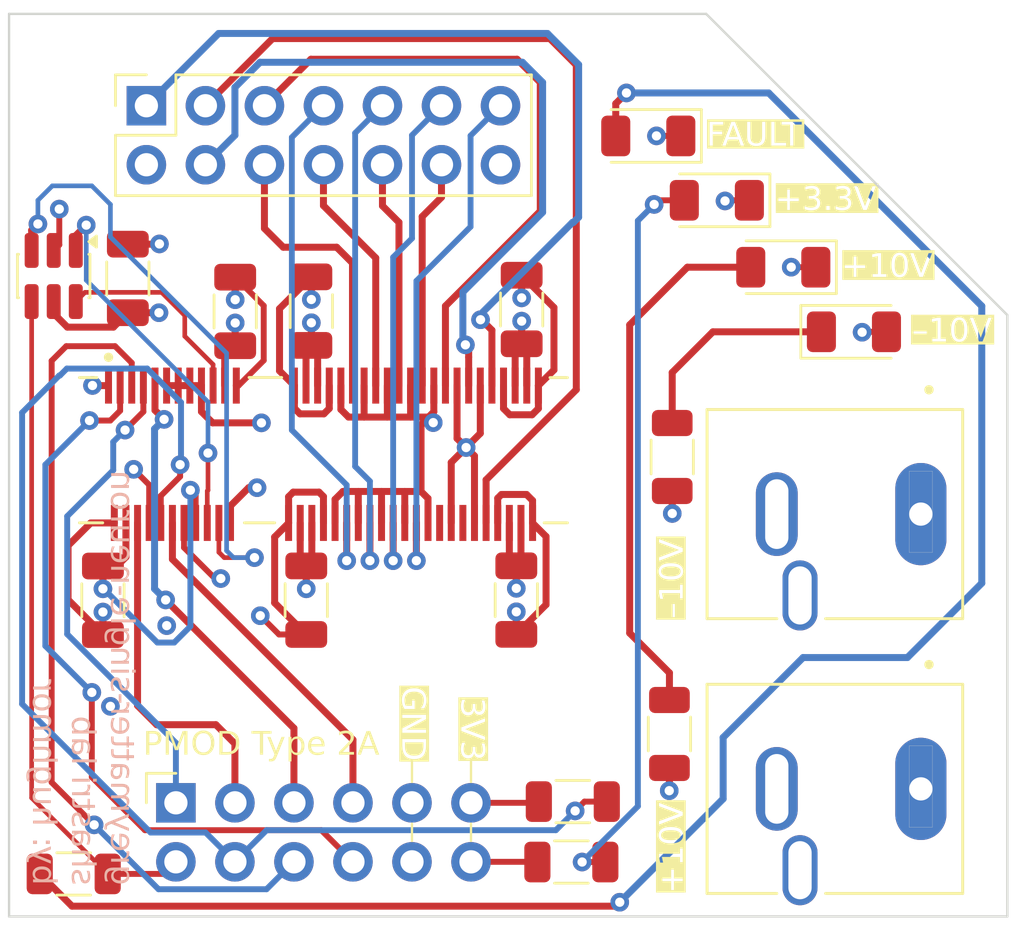
<source format=kicad_pcb>
(kicad_pcb (version 20241229) (generator "pcbnew") (generator_version "9.0")
  (title_block (title "greymatter-single-neuron") (date "2026-01-18") (rev "A") (company "Queen's University") (comment 1 "Shastri Lab") (comment 2 "hughmor"))
  (layers (0 "F.Cu" signal) (4 "In1.Cu" signal) (6 "In2.Cu" signal) (2 "B.Cu" signal) (13 "F.Paste" user) (15 "B.Paste" user) (5 "F.SilkS" user "F.Silkscreen") (7 "B.SilkS" user "B.Silkscreen") (1 "F.Mask" user) (3 "B.Mask" user) (25 "Edge.Cuts" user))
  (net 0 "")
  (net 1 "Net-(D1-K)")
  (net 2 "Net-(D2-A)")
  (net 3 "Net-(D3-A)")
  (net 4 "Net-(D4-A)")
  (net 5 "GND")
  (net 6 "MISO")
  (net 7 "MOSI")
  (net 8 "SCLK")
  (net 9 "CS_13")
  (net 10 "CS_12")
  (net 11 "CS_11")
  (net 12 "CLRDAC")
  (net 13 "I_11")
  (net 14 "+10V")
  (net 15 "Vb_1")
  (net 16 "I_18")
  (net 17 "I_17")
  (net 18 "Ih_1")
  (net 19 "I_16")
  (net 20 "VPDp_1")
  (net 21 "-10V")
  (net 22 "I_13")
  (net 23 "I_15")
  (net 24 "I_12")
  (net 25 "I_14")
  (net 26 "VPDn_1")
  (net 27 "FAULT_11")
  (net 28 "FAULT_12")
  (net 29 "TEMP1")
  (net 30 "FAULT")
  (net 33 "GNDA")
  (net 34 "GNDS")
  (net 35 "+3V3")
  (footprint "Capacitor_SMD:C_1206_3216Metric" (layer "F.Cu") (at -17.15 -0.015002 90)
    (property "Reference" "C7" (hide yes))
    (property "Value" "100n" (hide yes))
  )
  (footprint "Connector_PinHeader_2.54mm:PinHeader_2x06_PMOD_Peripheral_Vertical" (layer "F.Cu") (at -15.081715 22.551716 -90)
    (property "Reference" "J3" (hide yes))
    (property "Value" "Conn_01x12" (hide yes))
  )
  (footprint "Capacitor_SMD:C_1206_3216Metric" (layer "F.Cu") (at -9.251715 1.391716 90)
    (property "Reference" "C3" (hide yes))
    (property "Value" "100n" (hide yes))
  )
  (footprint "Resistor_SMD:R_1206_3216Metric" (layer "F.Cu") (at 6.278284 7.669216 90)
    (property "Reference" "R1" (hide yes))
    (property "Value" "1.6k" (hide yes))
  )
  (footprint "Capacitor_SMD:C_1206_3216Metric" (layer "F.Cu") (at -18.221716 13.836717 -90)
    (property "Reference" "C5" (hide yes))
    (property "Value" "100n" (hide yes))
  )
  (footprint "Resistor_SMD:R_1206_3216Metric" (layer "F.Cu") (at 6.158285 19.589216 90)
    (property "Reference" "R2" (hide yes))
    (property "Value" "1.6k" (hide yes))
  )
  (footprint "Resistor_SMD:R_1206_3216Metric" (layer "F.Cu") (at -19.479216 25.611716)
    (property "Reference" "R4" (hide yes))
    (property "Value" "300" (hide yes))
  )
  (footprint "Diode_SMD:D_1206_3216Metric" (layer "F.Cu") (at 14.098286 2.281716)
    (property "Reference" "D1" (hide yes))
    (property "Value" "LED" (hide yes))
  )
  (footprint "Capacitor_SMD:C_1206_3216Metric" (layer "F.Cu") (at -0.201716 1.321715 90)
    (property "Reference" "C1" (hide yes))
    (property "Value" "100n" (hide yes))
  )
  (footprint "Capacitor_SMD:C_1206_3216Metric" (layer "F.Cu") (at -9.471716 13.831715 -90)
    (property "Reference" "C4" (hide yes))
    (property "Value" "100n" (hide yes))
  )
  (footprint "Diode_SMD:D_1206_3216Metric" (layer "F.Cu") (at 11.058285 -0.498284 180)
    (property "Reference" "D2" (hide yes))
    (property "Value" "LED" (hide yes))
  )
  (footprint "PJ_044A:CUI_PJ-044A" (layer "F.Cu") (at 13.278284 21.951716 -90)
    (property "Reference" "J4" (hide yes))
    (property "Value" "Barrel_Jack_Switch" (hide yes))
    (fp_line (start -1.85 -3.2) (end -1.85 -4.2) (stroke (width 0.01)) (layer "Edge.Cuts"))
    (fp_line (start 1.65 -3.2) (end -1.85 -3.2) (stroke (width 0.01)) (layer "Edge.Cuts"))
    (fp_line (start -1.85 -4.2) (end 1.65 -4.2) (stroke (width 0.01)) (layer "Edge.Cuts"))
    (fp_line (start 1.65 -4.2) (end 1.65 -3.2) (stroke (width 0.01)) (layer "Edge.Cuts"))
  )
  (footprint "Diode_SMD:D_1206_3216Metric" (layer "F.Cu") (at 5.248285 -6.148285 180)
    (property "Reference" "D4" (hide yes))
    (property "Value" "LED" (hide yes))
  )
  (footprint "Capacitor_SMD:C_1206_3216Metric" (layer "F.Cu") (at -12.53 1.404999 90)
    (property "Reference" "C6" (hide yes))
    (property "Value" "100n" (hide yes))
  )
  (footprint "Package_TO_SOT_SMD:SOT-457T" (layer "F.Cu") (at -20.34 -0.120002 -90)
    (property "Reference" "U1" (hide yes))
    (property "Value" "74LVC1G10" (hide yes))
  )
  (footprint "PJ_044A:CUI_PJ-044A" (layer "F.Cu") (at 13.278284 10.126716 -90)
    (property "Reference" "J5" (hide yes))
    (property "Value" "Barrel_Jack_Switch" (hide yes))
    (fp_line (start -1.85 -3.2) (end -1.85 -4.2) (stroke (width 0.01)) (layer "Edge.Cuts"))
    (fp_line (start 1.65 -3.2) (end -1.85 -3.2) (stroke (width 0.01)) (layer "Edge.Cuts"))
    (fp_line (start -1.85 -4.2) (end 1.65 -4.2) (stroke (width 0.01)) (layer "Edge.Cuts"))
    (fp_line (start 1.65 -4.2) (end 1.65 -3.2) (stroke (width 0.01)) (layer "Edge.Cuts"))
  )
  (footprint "Resistor_SMD:R_1206_3216Metric" (layer "F.Cu") (at 2 22.5 180)
    (property "Reference" "R5" (hide yes))
    (property "Value" "10k" (hide yes))
  )
  (footprint "MDT350M01001VT:ADAMTECH_M2-J-67-V-SMT-5.30-KE-KT" (layer "F.Cu") (at -8.731715 7.551716)
    (property "Reference" "J1" (hide yes))
    (property "Value" "M2-J-67-V-SMT-5.30-KE-KT" (hide yes))
  )
  (footprint "Connector_PinSocket_2.54mm:PinSocket_2x07_P2.54mm_Vertical" (layer "F.Cu") (at -16.351716 -7.448285 90)
    (property "Reference" "J2" (hide yes))
    (property "Value" "Conn_02x07_Odd_Even" (hide yes))
  )
  (footprint "Resistor_SMD:R_1206_3216Metric" (layer "F.Cu") (at 1.9375 25.1)
    (property "Reference" "R3" (hide yes))
    (property "Value" "260" (hide yes))
  )
  (footprint "Capacitor_SMD:C_1206_3216Metric" (layer "F.Cu") (at -0.431716 13.826717 -90)
    (property "Reference" "C2" (hide yes))
    (property "Value" "100n" (hide yes))
  )
  (footprint "Diode_SMD:D_1206_3216Metric" (layer "F.Cu") (at 8.198285 -3.378284 180)
    (property "Reference" "D3" (hide yes))
    (property "Value" "LED" (hide yes))
  )
  (gr_line (start -22.261716 27.441716) (end -22.261716 -11.4) (stroke (width 0.1)) (layer "Edge.Cuts"))
  (gr_line (start 20.7 1.561715) (end 20.7 27.441716) (stroke (width 0.1)) (layer "Edge.Cuts"))
  (gr_line (start -22.261716 27.441716) (end 20.7 27.441716) (stroke (width 0.1)) (layer "Edge.Cuts"))
  (gr_line (start -22.261716 -11.4) (end 7.738284 -11.4) (stroke (width 0.1)) (layer "Edge.Cuts"))
  (gr_line (start 7.738284 -11.4) (end 20.7 1.561716) (stroke (width 0.1)) (layer "Edge.Cuts"))
  (gr_text "+10V\n" (at 6.9 26.451716 90) (layer "F.SilkS" knockout) (effects (font (size 1 1)) (justify left bottom)))
  (gr_text "PMOD Type 2A" (at -16.5 20.65 0) (layer "F.SilkS") (effects (font (size 1 1)) (justify left bottom)))
  (gr_text "+10V\n" (at 13.558285 -0.498284 0) (layer "F.SilkS" knockout) (effects (font (size 1 1)) (justify left)))
  (gr_text "FAULT" (at 7.748285 -6.148285 0) (layer "F.SilkS" knockout) (effects (font (size 1 1)) (justify left)))
  (gr_text "+3.3V" (at 10.698285 -3.378284 0) (layer "F.SilkS" knockout) (effects (font (size 1 1)) (justify left)))
  (gr_text "–10V\n" (at 16.598286 2.281716 0) (layer "F.SilkS" knockout) (effects (font (size 1 1)) (justify left)))
  (gr_text "–10V\n" (at 6.9 14.626716 90) (layer "F.SilkS" knockout) (effects (font (size 1 1)) (justify left bottom)))
  (gr_text "greymatter-single-neuron\nshastri lab\nby: hughmor" (at -21.4 26.1 270) (layer "B.SilkS") (effects (font (size 1 1)) (justify left bottom mirror)))
  (segment (start 8.028284 2.281716) (end 12.698286 2.281716) (width 0.3) (layer "F.Cu") (net 1))
  (segment (start 6.278284 6.206716) (end 6.278284 4.031716) (width 0.3) (layer "F.Cu") (net 1))
  (segment (start 6.278284 4.031716) (end 8.028284 2.281716) (width 0.3) (layer "F.Cu") (net 1))
  (segment (start 6.928284 -0.498284) (end 9.658286 -0.498284) (width 0.3) (layer "F.Cu") (net 2))
  (segment (start 4.448284 1.981715) (end 6.928284 -0.498284) (width 0.3) (layer "F.Cu") (net 2))
  (segment (start 4.448284 15.248284) (end 4.448284 1.981715) (width 0.3) (layer "F.Cu") (net 2))
  (segment (start 6.158284 16.958284) (end 4.448284 15.248284) (width 0.3) (layer "F.Cu") (net 2))
  (segment (start 6.158284 18.126716) (end 6.158284 16.958284) (width 0.3) (layer "F.Cu") (net 2))
  (segment (start 5.5 -3.2) (end 5.678284 -3.378284) (width 0.254) (layer "F.Cu") (net 3))
  (segment (start 2.4 25.1) (end 3.4 25.1) (width 0.254) (layer "F.Cu") (net 3))
  (segment (start 5.678284 -3.378284) (end 6.798286 -3.378284) (width 0.254) (layer "F.Cu") (net 3))
  (via (at 2.4 25.1) (size 0.8) (drill 0.4) (layers "F.Cu" "B.Cu") (net 3))
  (via (at 5.5 -3.2) (size 0.8) (drill 0.4) (layers "F.Cu" "B.Cu") (net 3))
  (segment (start 2.4 25.1) (end 4.8 22.7) (width 0.254) (layer "B.Cu") (net 3))
  (segment (start 4.8 22.7) (end 4.8 -2.5) (width 0.254) (layer "B.Cu") (net 3))
  (segment (start 4.8 -2.5) (end 5.5 -3.2) (width 0.254) (layer "B.Cu") (net 3))
  (segment (start 3.85 27) (end -19.553432 27) (width 0.3) (layer "F.Cu") (net 4))
  (segment (start 4.02 26.83) (end 3.85 27) (width 0.3) (layer "F.Cu") (net 4))
  (segment (start 3.848286 -6.148284) (end 3.848286 -7.538286) (width 0.3) (layer "F.Cu") (net 4))
  (segment (start 3.848286 -7.538286) (end 4.308284 -7.998284) (width 0.3) (layer "F.Cu") (net 4))
  (segment (start -19.553432 27) (end -20.941716 25.611716) (width 0.3) (layer "F.Cu") (net 4))
  (via (at 4.02 26.83) (size 0.8) (drill 0.4) (layers "F.Cu" "B.Cu") (net 4))
  (via (at 4.308284 -7.998284) (size 0.8) (drill 0.4) (layers "F.Cu" "B.Cu") (net 4))
  (segment (start 19.6 13.1) (end 16.4 16.3) (width 0.3) (layer "B.Cu") (net 4))
  (segment (start 10.428284 -7.998285) (end 19.6 1.173432) (width 0.3) (layer "B.Cu") (net 4))
  (segment (start 8.47 22.38) (end 4.02 26.83) (width 0.3) (layer "B.Cu") (net 4))
  (segment (start 11.91 16.3) (end 8.47 19.74) (width 0.3) (layer "B.Cu") (net 4))
  (segment (start 8.47 19.74) (end 8.47 22.38) (width 0.3) (layer "B.Cu") (net 4))
  (segment (start 16.4 16.3) (end 11.91 16.3) (width 0.3) (layer "B.Cu") (net 4))
  (segment (start 19.6 1.173432) (end 19.6 13.1) (width 0.3) (layer "B.Cu") (net 4))
  (segment (start 4.308284 -7.998284) (end 10.428284 -7.998285) (width 0.3) (layer "B.Cu") (net 4))
  (segment (start -8.731716 10.506717) (end -8.731716 9.371716) (width 0.3) (layer "F.Cu") (net 5))
  (segment (start 1.188284 1.236715) (end -0.201716 -0.153286) (width 0.3) (layer "F.Cu") (net 5))
  (segment (start -13.981715 4.596716) (end -13.981715 5.718285) (width 0.3) (layer "F.Cu") (net 5))
  (segment (start 9.598284 -3.378284) (end 8.578284 -3.378284) (width 0.254) (layer "F.Cu") (net 5))
  (segment (start -14.981716 4.596716) (end -14.731716 4.596716) (width 0.3) (layer "F.Cu") (net 5))
  (segment (start -19.721716 13.811718) (end -19.721716 11.481716) (width 0.3) (layer "F.Cu") (net 5))
  (segment (start -12.731717 9.771717) (end -11.95 8.99) (width 0.3) (layer "F.Cu") (net 5))
  (segment (start -13.5 6.2) (end -11.4 6.2) (width 0.3) (layer "F.Cu") (net 5))
  (segment (start 12.458284 -0.498284) (end 11.401716 -0.498284) (width 0.254) (layer "F.Cu") (net 5))
  (segment (start -10.621716 1.286715) (end -9.251716 -0.083285) (width 0.3) (layer "F.Cu") (net 5))
  (segment (start -12.53 -0.070003) (end -12.53 0.899995) (width 0.3) (layer "F.Cu") (net 5))
  (segment (start -8.711716 5.811715) (end -9.741716 5.811715) (width 0.3) (layer "F.Cu") (net 5))
  (segment (start 0.518284 4.591716) (end 1.188284 3.921716) (width 0.3) (layer "F.Cu") (net 5))
  (segment (start 0.518284 4.596716) (end 0.518284 4.591716) (width 0.3) (layer "F.Cu") (net 5))
  (segment (start 11.401716 -0.498284) (end 11.4 -0.5) (width 0.254) (layer "F.Cu") (net 5))
  (segment (start 0.268284 10.506717) (end 0.268285 10.511715) (width 0.3) (layer "F.Cu") (net 5))
  (segment (start -10.231716 10.511716) (end -10.831716 11.111716) (width 0.3) (layer "F.Cu") (net 5))
  (segment (start 0.008284 9.281716) (end 0.268284 9.541716) (width 0.3) (layer "F.Cu") (net 5))
  (segment (start -10.231716 9.379716) (end -10.231716 10.506715) (width 0.3) (layer "F.Cu") (net 5))
  (segment (start -17.981716 4.596716) (end -18.666716 4.596716) (width 0.3) (layer "F.Cu") (net 5))
  (segment (start -12.731717 10.506716) (end -12.731717 9.771717) (width 0.3) (layer "F.Cu") (net 5))
  (segment (start -10.621716 3.961716) (end -10.621716 1.286715) (width 0.3) (layer "F.Cu") (net 5))
  (segment (start -9.981715 4.596716) (end -9.986716 4.596716) (width 0.3) (layer "F.Cu") (net 5))
  (segment (start -16.231714 10.506716) (end -16.231714 8.868286) (width 0.254) (layer "F.Cu") (net 5))
  (segment (start -10.831716 11.111716) (end -10.831716 13.946716) (width 0.3) (layer "F.Cu") (net 5))
  (segment (start -9.741716 5.811715) (end -9.981715 5.571715) (width 0.3) (layer "F.Cu") (net 5))
  (segment (start -1.231717 9.441717) (end -1.071715 9.281716) (width 0.3) (layer "F.Cu") (net 5))
  (segment (start -0.981715 5.583716) (end -0.981715 4.596716) (width 0.3) (layer "F.Cu") (net 5))
  (segment (start -10.231716 10.506715) (end -10.231716 10.511716) (width 0.3) (layer "F.Cu") (net 5))
  (segment (start -13.6 6.1) (end -13.5 6.2) (width 0.3) (layer "F.Cu") (net 5))
  (segment (start -8.921716 9.181716) (end -10.033715 9.181715) (width 0.3) (layer "F.Cu") (net 5))
  (segment (start -18.221716 15.311718) (end -19.721716 13.811718) (width 0.3) (layer "F.Cu") (net 5))
  (segment (start -1.071715 9.281716) (end 0.008284 9.281716) (width 0.3) (layer "F.Cu") (net 5))
  (segment (start 0.518284 4.596716) (end 0.518284 5.581715) (width 0.3) (layer "F.Cu") (net 5))
  (segment (start -11.302 3.512) (end -12.386716 4.596716) (width 0.254) (layer "F.Cu") (net 5))
  (segment (start 6.648284 -6.148285) (end 5.601715 -6.148285) (width 0.254) (layer "F.Cu") (net 5))
  (segment (start -15.799996 -1.490004) (end -15.79 -1.5) (width 0.3) (layer "F.Cu") (net 5))
  (segment (start -14.731715 10.506716) (end -14.731715 11.568285) (width 0.254) (layer "F.Cu") (net 5))
  (segment (start -10.033715 9.181715) (end -10.231716 9.379716) (width 0.3) (layer "F.Cu") (net 5))
  (segment (start -14.731715 11.568285) (end -13.4 12.9) (width 0.254) (layer "F.Cu") (net 5))
  (segment (start -17.15 -1.490004) (end -15.799996 -1.490004) (width 0.3) (layer "F.Cu") (net 5))
  (segment (start 1.188284 3.921716) (end 1.188284 1.236715) (width 0.3) (layer "F.Cu") (net 5))
  (segment (start -9.251716 -0.083285) (end -9.251716 0.891713) (width 0.3) (layer "F.Cu") (net 5))
  (segment (start -0.201716 -0.153286) (end -0.201716 0.821713) (width 0.3) (layer "F.Cu") (net 5))
  (segment (start -8.481716 4.596716) (end -8.481716 5.581715) (width 0.3) (layer "F.Cu") (net 5))
  (segment (start 5.601715 -6.148285) (end 5.6 -6.15) (width 0.254) (layer "F.Cu") (net 5))
  (segment (start 8.578284 -3.378284) (end 8.55 -3.35) (width 0.254) (layer "F.Cu") (net 5))
  (segment (start -9.986716 4.596716) (end -10.621716 3.961716) (width 0.3) (layer "F.Cu") (net 5))
  (segment (start -8.481716 5.581715) (end -8.711716 5.811715) (width 0.3) (layer "F.Cu") (net 5))
  (segment (start -18.221716 15.311718) (end -18.221716 14.341716) (width 0.3) (layer "F.Cu") (net 5))
  (segment (start 0.848285 11.091716) (end 0.848284 14.021718) (width 0.3) (layer "F.Cu") (net 5))
  (segment (start -0.431716 15.301718) (end -0.431716 14.331716) (width 0.3) (layer "F.Cu") (net 5))
  (segment (start -18.666716 4.596716) (end -18.671716 4.591716) (width 0.3) (layer "F.Cu") (net 5))
  (segment (start -17.731716 10.506717) (end -18.746717 10.506717) (width 0.3) (layer "F.Cu") (net 5))
  (segment (start -13.981715 5.718285) (end -13.6 6.1) (width 0.3) (layer "F.Cu") (net 5))
  (segment (start -12.53 -0.070002) (end -11.302 1.157998) (width 0.254) (layer "F.Cu") (net 5))
  (segment (start 0.268285 10.511715) (end 0.848285 11.091716) (width 0.3) (layer "F.Cu") (net 5))
  (segment (start -13.981715 4.596716) (end -14.481715 4.596715) (width 0.3) (layer "F.Cu") (net 5))
  (segment (start -10.643284 15.306716) (end -11.45 14.5) (width 0.254) (layer "F.Cu") (net 5))
  (segment (start -16.231714 8.868286) (end -16.9 8.2) (width 0.254) (layer "F.Cu") (net 5))
  (segment (start -10.831716 13.946716) (end -9.471715 15.306717) (width 0.3) (layer "F.Cu") (net 5))
  (segment (start 0.268284 9.541716) (end 0.268284 10.506717) (width 0.3) (layer "F.Cu") (net 5))
  (segment (start -20.1 -1.460001) (end -20.1 -3) (width 0.254) (layer "F.Cu") (net 5))
  (segment (start -20.34 -1.220001) (end -20.1 -1.460001) (width 0.254) (layer "F.Cu") (net 5))
  (segment (start -12.386716 4.596716) (end -12.481715 4.596716) (width 0.254) (layer "F.Cu") (net 5))
  (segment (start -14.731716 4.596716) (end -14.481715 4.596715) (width 0.3) (layer "F.Cu") (net 5))
  (segment (start 15.498285 2.281716) (end 14.468284 2.281716) (width 0.254) (layer "F.Cu") (net 5))
  (segment (start 0.248284 5.851716) (end -0.713716 5.851716) (width 0.3) (layer "F.Cu") (net 5))
  (segment (start -1.231717 10.506716) (end -1.231717 9.441717) (width 0.3) (layer "F.Cu") (net 5))
  (segment (start -8.731716 9.371716) (end -8.921716 9.181716) (width 0.3) (layer "F.Cu") (net 5))
  (segment (start -13.4 12.9) (end -13.15 12.9) (width 0.254) (layer "F.Cu") (net 5))
  (segment (start -18.746717 10.506717) (end -19.721716 11.481716) (width 0.3) (layer "F.Cu") (net 5))
  (segment (start -12.481715 4.596716) (end -12.481716 4.591716) (width 0.3) (layer "F.Cu") (net 5))
  (segment (start -15.481716 4.596716) (end -14.981716 4.596716) (width 0.3) (layer "F.Cu") (net 5))
  (segment (start -11.302 1.157998) (end -11.302 3.512) (width 0.254) (layer "F.Cu") (net 5))
  (segment (start 14.468284 2.281716) (end 14.45 2.3) (width 0.254) (layer "F.Cu") (net 5))
  (segment (start -0.713716 5.851716) (end -0.981715 5.583716) (width 0.3) (layer "F.Cu") (net 5))
  (segment (start -9.981715 5.571715) (end -9.981715 4.596716) (width 0.3) (layer "F.Cu") (net 5))
  (segment (start -11.95 8.99) (end -11.59 8.99) (width 0.3) (layer "F.Cu") (net 5))
  (segment (start -9.471716 15.306716) (end -10.643284 15.306716) (width 0.254) (layer "F.Cu") (net 5))
  (segment (start 0.518284 5.581715) (end 0.248284 5.851716) (width 0.3) (layer "F.Cu") (net 5))
  (segment (start 0.848284 14.021718) (end -0.431716 15.301718) (width 0.3) (layer "F.Cu") (net 5))
  (via (at -16.9 8.2) (size 0.8) (drill 0.4) (layers "F.Cu" "B.Cu") (net 5))
  (via (at 11.4 -0.5) (size 0.8) (drill 0.4) (layers "F.Cu" "B.Cu") (net 5))
  (via (at -0.201716 0.821713) (size 0.8) (drill 0.4) (layers "F.Cu" "B.Cu") (net 5))
  (via (at 8.55 -3.35) (size 0.8) (drill 0.4) (layers "F.Cu" "B.Cu") (net 5))
  (via (at -12.53 0.899995) (size 0.8) (drill 0.4) (layers "F.Cu" "B.Cu") (net 5))
  (via (at -13.15 12.9) (size 0.8) (drill 0.4) (layers "F.Cu" "B.Cu") (net 5))
  (via (at -0.431716 14.331716) (size 0.8) (drill 0.4) (layers "F.Cu" "B.Cu") (net 5))
  (via (at -18.671716 4.591716) (size 0.8) (drill 0.4) (layers "F.Cu" "B.Cu") (net 5))
  (via (at -11.4 6.2) (size 0.8) (drill 0.4) (layers "F.Cu" "B.Cu") (net 5))
  (via (at 5.6 -6.15) (size 0.8) (drill 0.4) (layers "F.Cu" "B.Cu") (net 5))
  (via (at -18.221716 14.341716) (size 0.8) (drill 0.4) (layers "F.Cu" "B.Cu") (net 5))
  (via (at 14.45 2.3) (size 0.8) (drill 0.4) (layers "F.Cu" "B.Cu") (net 5))
  (via (at -15.79 -1.5) (size 0.8) (drill 0.4) (layers "F.Cu" "B.Cu") (net 5))
  (via (at -11.59 8.99) (size 0.8) (drill 0.4) (layers "F.Cu" "B.Cu") (net 5))
  (via (at -11.45 14.5) (size 0.8) (drill 0.4) (layers "F.Cu" "B.Cu") (net 5))
  (via (at -17.9 18.4) (size 0.8) (drill 0.4) (layers "F.Cu" "B.Cu") (net 5))
  (via (at -20.1 -3) (size 0.8) (drill 0.4) (layers "F.Cu" "B.Cu") (net 5))
  (via (at -15.477536 14.926558) (size 0.8) (drill 0.4) (layers "F.Cu" "B.Cu") (net 5))
  (via (at -9.251716 0.891713) (size 0.8) (drill 0.4) (layers "F.Cu" "B.Cu") (net 5))
  (segment (start -15.59 6.05) (end -15.981715 5.658285) (width 0.3) (layer "F.Cu") (net 6))
  (segment (start -10.001716 19.341716) (end -10.001716 22.551716) (width 0.3) (layer "F.Cu") (net 6))
  (segment (start -15.523432 13.82) (end -10.001716 19.341716) (width 0.3) (layer "F.Cu") (net 6))
  (segment (start -15.981715 5.658285) (end -15.981715 4.596716) (width 0.3) (layer "F.Cu") (net 6))
  (via (at -15.523432 13.82) (size 0.8) (drill 0.4) (layers "F.Cu" "B.Cu") (net 6))
  (via (at -15.59 6.05) (size 0.8) (drill 0.4) (layers "F.Cu" "B.Cu") (net 6))
  (segment (start -16 6.46) (end -16 13.343432) (width 0.3) (layer "B.Cu") (net 6))
  (segment (start -15.59 6.05) (end -16 6.46) (width 0.3) (layer "B.Cu") (net 6))
  (segment (start -16 13.343432) (end -15.523432 13.82) (width 0.3) (layer "B.Cu") (net 6))
  (segment (start -16.731716 18.368284) (end -15.91 19.19) (width 0.3) (layer "F.Cu") (net 7))
  (segment (start -15.91 19.19) (end -13.36 19.19) (width 0.3) (layer "F.Cu") (net 7))
  (segment (start -12.541715 20.008285) (end -12.541715 22.551716) (width 0.3) (layer "F.Cu") (net 7))
  (segment (start -16.731716 10.506715) (end -16.731716 18.368284) (width 0.3) (layer "F.Cu") (net 7))
  (segment (start -13.36 19.19) (end -12.541715 20.008285) (width 0.3) (layer "F.Cu") (net 7))
  (segment (start -7.461715 22.551716) (end -7.461715 19.838285) (width 0.3) (layer "F.Cu") (net 8))
  (segment (start -7.461715 19.838285) (end -15.231717 12.068283) (width 0.3) (layer "F.Cu") (net 8))
  (segment (start -15.231717 12.068283) (end -15.231717 10.506716) (width 0.3) (layer "F.Cu") (net 8))
  (segment (start -17.903999 6.1) (end -18.8 6.1) (width 0.254) (layer "F.Cu") (net 9))
  (segment (start -16.415 23.729716) (end -8.823715 23.729716) (width 0.254) (layer "F.Cu") (net 9))
  (segment (start -8.823715 23.729716) (end -7.461715 25.091716) (width 0.254) (layer "F.Cu") (net 9))
  (segment (start -18.7 17.8) (end -18.7 21.444716) (width 0.254) (layer "F.Cu") (net 9))
  (segment (start -17.481715 4.596716) (end -17.481715 5.677716) (width 0.254) (layer "F.Cu") (net 9))
  (segment (start -17.481715 5.677716) (end -17.903999 6.1) (width 0.254) (layer "F.Cu") (net 9))
  (segment (start -18.7 21.444716) (end -16.415 23.729716) (width 0.254) (layer "F.Cu") (net 9))
  (via (at -18.8 6.1) (size 0.8) (drill 0.4) (layers "F.Cu" "B.Cu") (net 9))
  (via (at -18.7 17.8) (size 0.8) (drill 0.4) (layers "F.Cu" "B.Cu") (net 9))
  (segment (start -20.7 15.8) (end -20.7 8) (width 0.254) (layer "B.Cu") (net 9))
  (segment (start -20.7 8) (end -18.8 6.1) (width 0.254) (layer "B.Cu") (net 9))
  (segment (start -18.7 17.8) (end -20.7 15.8) (width 0.254) (layer "B.Cu") (net 9))
  (segment (start -19.8 2.9) (end -17.7 2.9) (width 0.254) (layer "F.Cu") (net 10))
  (segment (start -16.981714 3.618286) (end -16.981714 4.596716) (width 0.254) (layer "F.Cu") (net 10))
  (segment (start -20.428 3.528) (end -19.8 2.9) (width 0.254) (layer "F.Cu") (net 10))
  (segment (start -18.6 23.5) (end -20.428 21.672) (width 0.254) (layer "F.Cu") (net 10))
  (segment (start -17.7 2.9) (end -16.981714 3.618286) (width 0.254) (layer "F.Cu") (net 10))
  (segment (start -20.428 21.672) (end -20.428 3.528) (width 0.254) (layer "F.Cu") (net 10))
  (via (at -18.6 23.5) (size 0.8) (drill 0.4) (layers "F.Cu" "B.Cu") (net 10))
  (segment (start -18.6 23.5) (end -15.830284 26.269716) (width 0.254) (layer "B.Cu") (net 10))
  (segment (start -11.179715 26.269716) (end -10.001715 25.091716) (width 0.254) (layer "B.Cu") (net 10))
  (segment (start -15.830284 26.269716) (end -11.179715 26.269716) (width 0.254) (layer "B.Cu") (net 10))
  (segment (start -17.27 6.51) (end -16.481715 5.721715) (width 0.254) (layer "F.Cu") (net 11))
  (segment (start -16.481715 5.721715) (end -16.481715 4.596716) (width 0.254) (layer "F.Cu") (net 11))
  (via (at -17.27 6.51) (size 0.8) (drill 0.4) (layers "F.Cu" "B.Cu") (net 11))
  (segment (start -15.081716 19.971716) (end -19.76 15.293432) (width 0.254) (layer "B.Cu") (net 11))
  (segment (start -19.76 15.293432) (end -19.76 10.22) (width 0.254) (layer "B.Cu") (net 11))
  (segment (start -17.778715 7.018715) (end -17.27 6.51) (width 0.254) (layer "B.Cu") (net 11))
  (segment (start -15.081715 22.551716) (end -15.081716 19.971716) (width 0.254) (layer "B.Cu") (net 11))
  (segment (start -17.778715 8.238715) (end -17.778715 7.018715) (width 0.254) (layer "B.Cu") (net 11))
  (segment (start -19.76 10.22) (end -17.778715 8.238715) (width 0.254) (layer "B.Cu") (net 11))
  (segment (start -15.731715 9.342374) (end -15.731715 10.506716) (width 0.254) (layer "F.Cu") (net 12))
  (segment (start -14.9 8) (end -14.9 8.510659) (width 0.254) (layer "F.Cu") (net 12))
  (segment (start 3.4625 22.5) (end 2.5 22.5) (width 0.254) (layer "F.Cu") (net 12))
  (segment (start -14.9 8.510659) (end -15.731715 9.342374) (width 0.254) (layer "F.Cu") (net 12))
  (segment (start 2.5 22.5) (end 2.1 22.9) (width 0.254) (layer "F.Cu") (net 12))
  (via (at -14.9 8) (size 0.8) (drill 0.4) (layers "F.Cu" "B.Cu") (net 12))
  (via (at 2.1 22.9) (size 0.8) (drill 0.4) (layers "F.Cu" "B.Cu") (net 12))
  (segment (start -14.862 7.962) (end -14.862 5.318) (width 0.254) (layer "B.Cu") (net 12))
  (segment (start 1.270284 23.729716) (end -11.179715 23.729716) (width 0.254) (layer "B.Cu") (net 12))
  (segment (start -13.803431 23.83) (end -12.541715 25.091716) (width 0.254) (layer "B.Cu") (net 12))
  (segment (start -20.1 4.16) (end -21.7 5.76) (width 0.254) (layer "B.Cu") (net 12))
  (segment (start -21.7 5.76) (end -21.7 18.3) (width 0.254) (layer "B.Cu") (net 12))
  (segment (start -16.17 23.83) (end -13.803431 23.83) (width 0.254) (layer "B.Cu") (net 12))
  (segment (start 2.1 22.9) (end 1.270284 23.729716) (width 0.254) (layer "B.Cu") (net 12))
  (segment (start -20.07 4.16) (end -20.1 4.16) (width 0.254) (layer "B.Cu") (net 12))
  (segment (start -16.316284 3.863716) (end -19.773716 3.863716) (width 0.254) (layer "B.Cu") (net 12))
  (segment (start -14.9 8) (end -14.862 7.962) (width 0.254) (layer "B.Cu") (net 12))
  (segment (start -19.773716 3.863716) (end -20.07 4.16) (width 0.254) (layer "B.Cu") (net 12))
  (segment (start -21.7 18.3) (end -16.17 23.83) (width 0.254) (layer "B.Cu") (net 12))
  (segment (start -11.179715 23.729716) (end -12.541715 25.091716) (width 0.254) (layer "B.Cu") (net 12))
  (segment (start -14.862 5.318) (end -16.316284 3.863716) (width 0.254) (layer "B.Cu") (net 12))
  (segment (start -11.271716 -2.168284) (end -10.461716 -1.358284) (width 0.3) (layer "F.Cu") (net 13))
  (segment (start -10.461716 -1.358284) (end -8.161716 -1.358285) (width 0.3) (layer "F.Cu") (net 13))
  (segment (start -8.161716 -1.358285) (end -7.481715 -0.678284) (width 0.3) (layer "F.Cu") (net 13))
  (segment (start -11.271716 -4.908284) (end -11.271716 -2.168284) (width 0.3) (layer "F.Cu") (net 13))
  (segment (start -7.481715 -0.678284) (end -7.481715 4.596716) (width 0.3) (layer "F.Cu") (net 13))
  (segment (start -9.231716 10.506715) (end -9.231716 11.931715) (width 0.3) (layer "F.Cu") (net 14))
  (segment (start -9.251715 2.866717) (end -9.251716 1.891716) (width 0.3) (layer "F.Cu") (net 14))
  (segment (start -9.231716 11.931715) (end -9.481716 12.181716) (width 0.3) (layer "F.Cu") (net 14))
  (segment (start -9.731716 11.921716) (end -9.481716 12.171716) (width 0.3) (layer "F.Cu") (net 14))
  (segment (start 6.158285 21.051716) (end 6.158285 22.021715) (width 0.3) (layer "F.Cu") (net 14))
  (segment (start -8.981716 4.596716) (end -8.981716 3.161715) (width 0.3) (layer "F.Cu") (net 14))
  (segment (start -9.471716 12.356715) (end -9.471716 13.341716) (width 0.3) (layer "F.Cu") (net 14))
  (segment (start -9.731716 10.506716) (end -9.731716 11.921716) (width 0.3) (layer "F.Cu") (net 14))
  (segment (start -9.481717 3.181716) (end -9.221716 2.921715) (width 0.3) (layer "F.Cu") (net 14))
  (segment (start -8.981716 3.161715) (end -9.221716 2.921715) (width 0.3) (layer "F.Cu") (net 14))
  (segment (start -9.481716 12.171716) (end -9.481716 12.181716) (width 0.3) (layer "F.Cu") (net 14))
  (segment (start 6.158285 22.021715) (end 6.15 22.03) (width 0.3) (layer "F.Cu") (net 14))
  (segment (start -9.481717 4.596716) (end -9.481717 3.181716) (width 0.3) (layer "F.Cu") (net 14))
  (via (at -9.471716 13.341716) (size 0.8) (drill 0.4) (layers "F.Cu" "B.Cu") (net 14))
  (via (at -9.251716 1.891716) (size 0.8) (drill 0.4) (layers "F.Cu" "B.Cu") (net 14))
  (via (at 6.15 22.03) (size 0.8) (drill 0.4) (layers "F.Cu" "B.Cu") (net 14))
  (segment (start -1.731715 8.651716) (end 2.15 4.770001) (width 0.3) (layer "F.Cu") (net 15))
  (segment (start -1.731715 10.506715) (end -1.731715 8.651716) (width 0.3) (layer "F.Cu") (net 15))
  (segment (start 2.15 4.770001) (end 2.15 -9.2) (width 0.3) (layer "F.Cu") (net 15))
  (segment (start 2.15 -9.2) (end 1.011716 -10.338284) (width 0.3) (layer "F.Cu") (net 15))
  (segment (start 1.011716 -10.338284) (end -10.921716 -10.338284) (width 0.3) (layer "F.Cu") (net 15))
  (segment (start -10.921716 -10.338284) (end -13.811715 -7.448284) (width 0.3) (layer "F.Cu") (net 15))
  (segment (start -4.731715 12.131716) (end -4.731715 10.506715) (width 0.3) (layer "F.Cu") (net 16))
  (via (at -4.731715 12.131716) (size 0.8) (drill 0.4) (layers "F.Cu" "B.Cu") (net 16))
  (segment (start -2.4 -6.16) (end -2.4 -2.24) (width 0.25) (layer "B.Cu") (net 16))
  (segment (start -2.4 -2.24) (end -4.731715 0.091715) (width 0.25) (layer "B.Cu") (net 16))
  (segment (start -4.731715 0.091715) (end -4.731715 12.131716) (width 0.25) (layer "B.Cu") (net 16))
  (segment (start -1.111716 -7.448284) (end -2.4 -6.16) (width 0.25) (layer "B.Cu") (net 16))
  (segment (start -3.651715 -4.908284) (end -3.651716 -3.508284) (width 0.3) (layer "F.Cu") (net 17))
  (segment (start -3.651716 -3.508284) (end -4.481716 -2.678285) (width 0.3) (layer "F.Cu") (net 17))
  (segment (start -4.481716 -2.678285) (end -4.481716 4.596716) (width 0.3) (layer "F.Cu") (net 17))
  (segment (start -0.398284 -9.448284) (end -9.271716 -9.448284) (width 0.3) (layer "F.Cu") (net 18))
  (segment (start 0.6 -2.91) (end 0.6 -8.45) (width 0.3) (layer "F.Cu") (net 18))
  (segment (start -9.271716 -9.448284) (end -11.271716 -7.448284) (width 0.3) (layer "F.Cu") (net 18))
  (segment (start -3.481716 1.171716) (end 0.6 -2.91) (width 0.3) (layer "F.Cu") (net 18))
  (segment (start -3.481715 4.596716) (end -3.481716 1.171716) (width 0.3) (layer "F.Cu") (net 18))
  (segment (start 0.6 -8.45) (end -0.398284 -9.448284) (width 0.3) (layer "F.Cu") (net 18))
  (segment (start -5.731716 12.131715) (end -5.731716 10.506716) (width 0.3) (layer "F.Cu") (net 19))
  (via (at -5.731716 12.131715) (size 0.8) (drill 0.4) (layers "F.Cu" "B.Cu") (net 19))
  (segment (start -4.92 -1.74) (end -5.731716 -0.928284) (width 0.25) (layer "B.Cu") (net 19))
  (segment (start -3.651715 -7.448284) (end -4.92 -6.179999) (width 0.25) (layer "B.Cu") (net 19))
  (segment (start -4.92 -6.179999) (end -4.92 -1.74) (width 0.25) (layer "B.Cu") (net 19))
  (segment (start -5.731716 -0.928284) (end -5.731716 12.131715) (width 0.25) (layer "B.Cu") (net 19))
  (segment (start -1.971716 1.761715) (end -1.931716 1.761716) (width 0.3) (layer "F.Cu") (net 20))
  (segment (start -1.931716 1.761716) (end -1.481716 2.211716) (width 0.3) (layer "F.Cu") (net 20))
  (segment (start -1.481716 2.211716) (end -1.481716 4.596716) (width 0.3) (layer "F.Cu") (net 20))
  (via (at -1.971716 1.761715) (size 0.8) (drill 0.4) (layers "F.Cu" "B.Cu") (net 20))
  (segment (start 2.028284 -2.428284) (end 2.25 -2.65) (width 0.3) (layer "B.Cu") (net 20))
  (segment (start -13.241716 -10.558285) (end -16.351716 -7.448285) (width 0.3) (layer "B.Cu") (net 20))
  (segment (start 2.25 -2.65) (end 2.25 -9.216569) (width 0.3) (layer "B.Cu") (net 20))
  (segment (start 1.988284 -2.428284) (end 2.028284 -2.428284) (width 0.3) (layer "B.Cu") (net 20))
  (segment (start -1.971716 1.761715) (end -1.971716 1.531716) (width 0.3) (layer "B.Cu") (net 20))
  (segment (start -1.971716 1.531716) (end 1.988284 -2.428284) (width 0.3) (layer "B.Cu") (net 20))
  (segment (start 2.25 -9.216569) (end 0.908284 -10.558285) (width 0.3) (layer "B.Cu") (net 20))
  (segment (start 0.908284 -10.558285) (end -13.241716 -10.558285) (width 0.3) (layer "B.Cu") (net 20))
  (segment (start -0.231716 10.506715) (end -0.231716 11.931715) (width 0.3) (layer "F.Cu") (net 21))
  (segment (start -0.481717 3.181716) (end -0.221716 2.921715) (width 0.3) (layer "F.Cu") (net 21))
  (segment (start 0.018284 3.161715) (end -0.221716 2.921715) (width 0.3) (layer "F.Cu") (net 21))
  (segment (start 0.018284 4.596716) (end 0.018284 3.161715) (width 0.3) (layer "F.Cu") (net 21))
  (segment (start -0.201716 2.796717) (end -0.201716 1.821716) (width 0.3) (layer "F.Cu") (net 21))
  (segment (start -0.481716 12.171716) (end -0.481716 12.181716) (width 0.3) (layer "F.Cu") (net 21))
  (segment (start 6.278284 9.131716) (end 6.278284 10.098284) (width 0.3) (layer "F.Cu") (net 21))
  (segment (start -0.481717 4.596716) (end -0.481717 3.181716) (width 0.3) (layer "F.Cu") (net 21))
  (segment (start 6.278284 10.098284) (end 6.28 10.1) (width 0.3) (layer "F.Cu") (net 21))
  (segment (start -0.731716 11.921716) (end -0.481716 12.171716) (width 0.3) (layer "F.Cu") (net 21))
  (segment (start -0.231716 11.931715) (end -0.481716 12.181716) (width 0.3) (layer "F.Cu") (net 21))
  (segment (start -0.731716 10.506716) (end -0.731716 11.921716) (width 0.3) (layer "F.Cu") (net 21))
  (segment (start -0.431716 12.351716) (end -0.431716 13.321715) (width 0.3) (layer "F.Cu") (net 21))
  (via (at -0.431716 13.321715) (size 0.8) (drill 0.4) (layers "F.Cu" "B.Cu") (net 21))
  (via (at -0.201716 1.821716) (size 0.8) (drill 0.4) (layers "F.Cu" "B.Cu") (net 21))
  (via (at 6.28 10.1) (size 0.8) (drill 0.4) (layers "F.Cu" "B.Cu") (net 21))
  (segment (start -8.731716 -4.908284) (end -8.731716 -3.148284) (width 0.3) (layer "F.Cu") (net 22))
  (segment (start -8.731716 -3.148284) (end -6.481716 -0.898284) (width 0.3) (layer "F.Cu") (net 22))
  (segment (start -6.481716 -0.898284) (end -6.481716 4.596716) (width 0.3) (layer "F.Cu") (net 22))
  (segment (start -6.191716 -3.138284) (end -5.481715 -2.428283) (width 0.3) (layer "F.Cu") (net 23))
  (segment (start -6.191716 -4.908284) (end -6.191716 -3.138284) (width 0.3) (layer "F.Cu") (net 23))
  (segment (start -5.481715 -2.428283) (end -5.481715 4.596716) (width 0.3) (layer "F.Cu") (net 23))
  (segment (start -7.731716 10.506715) (end -7.731716 12.131716) (width 0.3) (layer "F.Cu") (net 24))
  (via (at -7.731716 12.131716) (size 0.8) (drill 0.4) (layers "F.Cu" "B.Cu") (net 24))
  (segment (start -10.091716 -6.088284) (end -8.731716 -7.448284) (width 0.25) (layer "B.Cu") (net 24))
  (segment (start -7.731716 8.871716) (end -10.091716 6.511716) (width 0.25) (layer "B.Cu") (net 24))
  (segment (start -7.731716 12.131716) (end -7.731716 8.871716) (width 0.25) (layer "B.Cu") (net 24))
  (segment (start -10.091716 6.511716) (end -10.091716 -6.088284) (width 0.25) (layer "B.Cu") (net 24))
  (segment (start -6.731716 12.131715) (end -6.731715 10.506715) (width 0.3) (layer "F.Cu") (net 25))
  (via (at -6.731716 12.131715) (size 0.8) (drill 0.4) (layers "F.Cu" "B.Cu") (net 25))
  (segment (start -6.191716 -7.448285) (end -7.367716 -6.272284) (width 0.25) (layer "B.Cu") (net 25))
  (segment (start -6.731716 8.711716) (end -6.731716 12.131715) (width 0.25) (layer "B.Cu") (net 25))
  (segment (start -7.367716 -6.272284) (end -7.367716 8.075716) (width 0.25) (layer "B.Cu") (net 25))
  (segment (start -7.367716 8.075716) (end -6.731716 8.711716) (width 0.25) (layer "B.Cu") (net 25))
  (segment (start -2.481716 3.371716) (end -2.481715 4.596716) (width 0.3) (layer "F.Cu") (net 26))
  (segment (start -2.481716 2.981716) (end -2.621716 2.841715) (width 0.3) (layer "F.Cu") (net 26))
  (segment (start -2.481716 3.371716) (end -2.481716 2.981716) (width 0.3) (layer "F.Cu") (net 26))
  (via (at -2.621716 2.841715) (size 0.8) (drill 0.4) (layers "F.Cu" "B.Cu") (net 26))
  (segment (start -2.731716 2.731716) (end -2.731716 0.571715) (width 0.3) (layer "B.Cu") (net 26))
  (segment (start -12.541716 -6.178284) (end -13.811715 -4.908284) (width 0.3) (layer "B.Cu") (net 26))
  (segment (start -11.461716 -9.318284) (end -12.541716 -8.238284) (width 0.3) (layer "B.Cu") (net 26))
  (segment (start -12.541716 -8.238284) (end -12.541716 -6.178284) (width 0.3) (layer "B.Cu") (net 26))
  (segment (start 0.7 -8.453285) (end -0.164999 -9.318284) (width 0.3) (layer "B.Cu") (net 26))
  (segment (start -2.731716 0.571715) (end 0.7 -2.860001) (width 0.3) (layer "B.Cu") (net 26))
  (segment (start -0.164999 -9.318284) (end -11.461716 -9.318284) (width 0.3) (layer "B.Cu") (net 26))
  (segment (start -2.621716 2.841715) (end -2.731716 2.731716) (width 0.3) (layer "B.Cu") (net 26))
  (segment (start 0.7 -2.860001) (end 0.7 -8.453285) (width 0.3) (layer "B.Cu") (net 26))
  (segment (start -15.694637 0.583999) (end -18.994001 0.583999) (width 0.2) (layer "F.Cu") (net 27))
  (segment (start -14.7 1.578636) (end -15.694637 0.583999) (width 0.2) (layer "F.Cu") (net 27))
  (segment (start -18.994001 0.583999) (end -19.39 0.979998) (width 0.2) (layer "F.Cu") (net 27))
  (segment (start -13.481715 3.689445) (end -14.7 2.47116) (width 0.2) (layer "F.Cu") (net 27))
  (segment (start -19.389999 0.799996) (end -19.39 0.979998) (width 0.3) (layer "F.Cu") (net 27))
  (segment (start -14.7 2.47116) (end -14.7 1.578636) (width 0.2) (layer "F.Cu") (net 27))
  (segment (start -13.481715 4.596716) (end -13.481715 3.689445) (width 0.2) (layer "F.Cu") (net 27))
  (segment (start -19.39 -1.220002) (end -19.389999 -1.860004) (width 0.3) (layer "F.Cu") (net 28))
  (segment (start -13.7 7.5) (end -13.7 9.1) (width 0.2) (layer "F.Cu") (net 28))
  (segment (start -13.731714 9.131714) (end -13.731714 10.506716) (width 0.2) (layer "F.Cu") (net 28))
  (segment (start -19.389999 -1.860004) (end -18.939999 -2.310004) (width 0.3) (layer "F.Cu") (net 28))
  (segment (start -13.7 9.1) (end -13.731714 9.131714) (width 0.2) (layer "F.Cu") (net 28))
  (via (at -13.7 7.5) (size 0.8) (drill 0.4) (layers "F.Cu" "B.Cu") (net 28))
  (via (at -18.939999 -2.310004) (size 0.8) (drill 0.4) (layers "F.Cu" "B.Cu") (net 28))
  (segment (start -13.7 5.3) (end -18.939999 0.060001) (width 0.2) (layer "B.Cu") (net 28))
  (segment (start -18.939999 0.060001) (end -18.939999 -2.310004) (width 0.2) (layer "B.Cu") (net 28))
  (segment (start -13.7 7.5) (end -13.7 5.3) (width 0.2) (layer "B.Cu") (net 28))
  (segment (start -21.29 -1.220002) (end -21.29 -2.090004) (width 0.3) (layer "F.Cu") (net 29))
  (segment (start -21.29 -2.090004) (end -21.02 -2.360003) (width 0.3) (layer "F.Cu") (net 29))
  (segment (start -11.7 12) (end -13 12) (width 0.2) (layer "F.Cu") (net 29))
  (segment (start -13 12) (end -13.231715 11.768285) (width 0.2) (layer "F.Cu") (net 29))
  (segment (start -13.231715 11.768285) (end -13.231715 10.506716) (width 0.2) (layer "F.Cu") (net 29))
  (via (at -11.7 12) (size 0.8) (drill 0.4) (layers "F.Cu" "B.Cu") (net 29))
  (via (at -21.02 -2.360003) (size 0.8) (drill 0.4) (layers "F.Cu" "B.Cu") (net 29))
  (segment (start -12.6 12) (end -12.9 11.7) (width 0.2) (layer "B.Cu") (net 29))
  (segment (start -17.9 -1.8) (end -17.9 -3.2) (width 0.2) (layer "B.Cu") (net 29))
  (segment (start -21.02 -3.38) (end -21.02 -2.360003) (width 0.2) (layer "B.Cu") (net 29))
  (segment (start -18.7 -4) (end -20.4 -4) (width 0.2) (layer "B.Cu") (net 29))
  (segment (start -12.9 11.7) (end -12.9 3.2) (width 0.2) (layer "B.Cu") (net 29))
  (segment (start -11.7 12) (end -12.6 12) (width 0.2) (layer "B.Cu") (net 29))
  (segment (start -20.4 -4) (end -21.02 -3.38) (width 0.2) (layer "B.Cu") (net 29))
  (segment (start -12.9 3.2) (end -17.9 -1.8) (width 0.2) (layer "B.Cu") (net 29))
  (segment (start -17.9 -3.2) (end -18.7 -4) (width 0.2) (layer "B.Cu") (net 29))
  (segment (start -15.601715 25.611716) (end -15.081715 25.091716) (width 0.254) (layer "F.Cu") (net 30))
  (segment (start -18.016716 25.611716) (end -15.601715 25.611716) (width 0.254) (layer "F.Cu") (net 30))
  (segment (start -21.29 22.338432) (end -18.016716 25.611716) (width 0.2) (layer "F.Cu") (net 30))
  (segment (start -21.29 0.979998) (end -21.29 22.338432) (width 0.2) (layer "F.Cu") (net 30))
  (segment (start -7.651716 5.951715) (end -6.981716 5.951716) (width 0.3) (layer "F.Cu") (net 33))
  (segment (start -5.991715 5.951716) (end -4.981716 5.951715) (width 0.3) (layer "F.Cu") (net 33))
  (segment (start -4.209716 5.951716) (end -4.209716 5.986999) (width 0.3) (layer "F.Cu") (net 33))
  (segment (start -6.231715 9.151716) (end -5.231716 9.151716) (width 0.3) (layer "F.Cu") (net 33))
  (segment (start -4.231716 9.451716) (end -4.231715 10.506715) (width 0.3) (layer "F.Cu") (net 33))
  (segment (start -7.981715 5.621716) (end -7.651716 5.951715) (width 0.3) (layer "F.Cu") (net 33))
  (segment (start -8.231716 9.491715) (end -7.891716 9.151716) (width 0.3) (layer "F.Cu") (net 33))
  (segment (start -7.231716 9.151716) (end -6.231715 9.151716) (width 0.3) (layer "F.Cu") (net 33))
  (segment (start -5.981716 4.596716) (end -5.981716 5.941716) (width 0.3) (layer "F.Cu") (net 33))
  (segment (start -4.531716 9.151716) (end -4.531716 6.273716) (width 0.3) (layer "F.Cu") (net 33))
  (segment (start -6.981716 5.951716) (end -5.991715 5.951716) (width 0.3) (layer "F.Cu") (net 33))
  (segment (start -4.209716 5.986999) (end -4.006715 6.19) (width 0.3) (layer "F.Cu") (net 33))
  (segment (start -4.981715 4.596716) (end -4.981716 5.951715) (width 0.3) (layer "F.Cu") (net 33))
  (segment (start -4.531716 6.273716) (end -4.209716 5.951716) (width 0.3) (layer "F.Cu") (net 33))
  (segment (start -8.231716 10.506716) (end -8.231716 9.491715) (width 0.3) (layer "F.Cu") (net 33))
  (segment (start -6.981717 5.951715) (end -6.981716 5.951716) (width 0.3) (layer "F.Cu") (net 33))
  (segment (start -6.231717 10.506716) (end -6.231717 9.151717) (width 0.3) (layer "F.Cu") (net 33))
  (segment (start -5.981716 5.941716) (end -5.991715 5.951716) (width 0.3) (layer "F.Cu") (net 33))
  (segment (start -4.981716 5.951715) (end -4.209716 5.951716) (width 0.3) (layer "F.Cu") (net 33))
  (segment (start -6.231717 9.151717) (end -6.231715 9.151716) (width 0.3) (layer "F.Cu") (net 33))
  (segment (start -7.231716 10.506716) (end -7.231716 9.151716) (width 0.3) (layer "F.Cu") (net 33))
  (segment (start -5.231716 10.506715) (end -5.231716 9.151716) (width 0.3) (layer "F.Cu") (net 33))
  (segment (start -5.231716 9.151716) (end -4.531716 9.151716) (width 0.3) (layer "F.Cu") (net 33))
  (segment (start -6.981717 4.596716) (end -6.981717 5.951715) (width 0.3) (layer "F.Cu") (net 33))
  (segment (start -7.981715 4.596716) (end -7.981715 5.621716) (width 0.3) (layer "F.Cu") (net 33))
  (segment (start -7.891716 9.151716) (end -7.231716 9.151716) (width 0.3) (layer "F.Cu") (net 33))
  (segment (start -4.209716 5.951716) (end -3.981716 5.723716) (width 0.3) (layer "F.Cu") (net 33))
  (segment (start -4.531716 9.151716) (end -4.231716 9.451716) (width 0.3) (layer "F.Cu") (net 33))
  (segment (start -3.981716 5.723716) (end -3.981716 4.596716) (width 0.3) (layer "F.Cu") (net 33))
  (via (at -4.006715 6.19) (size 0.8) (drill 0.4) (layers "F.Cu" "B.Cu") (net 33))
  (segment (start -2.981716 6.871716) (end -2.981715 4.596715) (width 0.3) (layer "F.Cu") (net 34))
  (segment (start -2.591716 7.261716) (end -3.231715 7.901716) (width 0.3) (layer "F.Cu") (net 34))
  (segment (start -1.981716 6.651716) (end -1.981716 4.596716) (width 0.3) (layer "F.Cu") (net 34))
  (segment (start -2.231715 10.506715) (end -2.231715 7.621717) (width 0.3) (layer "F.Cu") (net 34))
  (segment (start -2.231715 7.621717) (end -2.591716 7.261716) (width 0.3) (layer "F.Cu") (net 34))
  (segment (start -3.231715 7.901716) (end -3.231716 10.506716) (width 0.3) (layer "F.Cu") (net 34))
  (segment (start -2.591716 7.261716) (end -1.981716 6.651716) (width 0.3) (layer "F.Cu") (net 34))
  (segment (start -2.591716 7.261716) (end -2.981716 6.871716) (width 0.3) (layer "F.Cu") (net 34))
  (via (at -2.591716 7.261716) (size 0.8) (drill 0.4) (layers "F.Cu" "B.Cu") (net 34))
  (segment (start -19.751678 2.080997) (end -17.770997 2.080998) (width 0.3) (layer "F.Cu") (net 35))
  (segment (start -14.231715 9.323434) (end -14.457897 9.097252) (width 0.254) (layer "F.Cu") (net 35))
  (segment (start -17.15 1.459999) (end -15.810001 1.459999) (width 0.3) (layer "F.Cu") (net 35))
  (segment (start -14.231715 10.506716) (end -14.231715 9.323434) (width 0.254) (layer "F.Cu") (net 35))
  (segment (start -20.339998 0.979996) (end -20.34 1.492675) (width 0.3) (layer "F.Cu") (net 35))
  (segment (start -12.53 2.88) (end -12.53 1.899998) (width 0.3) (layer "F.Cu") (net 35))
  (segment (start -17.231716 10.506716) (end -17.231716 11.971716) (width 0.3) (layer "F.Cu") (net 35))
  (segment (start 0.466716 25.091716) (end 0.475 25.1) (width 0.254) (layer "F.Cu") (net 35))
  (segment (start -18.221716 12.361715) (end -18.221716 13.341713) (width 0.3) (layer "F.Cu") (net 35))
  (segment (start -20.34 1.492675) (end -19.751678 2.080997) (width 0.3) (layer "F.Cu") (net 35))
  (segment (start -17.770997 2.080998) (end -17.15 1.459999) (width 0.3) (layer "F.Cu") (net 35))
  (segment (start -17.231716 11.971716) (end -17.621716 12.361715) (width 0.3) (layer "F.Cu") (net 35))
  (segment (start -12.981716 4.596716) (end -12.981716 2.861718) (width 0.3) (layer "F.Cu") (net 35))
  (segment (start 0.485784 22.551716) (end 0.5375 22.5) (width 0.254) (layer "F.Cu") (net 35))
  (segment (start -15.810001 1.459999) (end -15.81 1.46) (width 0.3) (layer "F.Cu") (net 35))
  (segment (start -2.381715 25.091716) (end 0.466716 25.091716) (width 0.254) (layer "F.Cu") (net 35))
  (segment (start -17.621716 12.361715) (end -18.221716 12.361715) (width 0.3) (layer "F.Cu") (net 35))
  (segment (start -2.381715 22.551716) (end 0.485784 22.551716) (width 0.254) (layer "F.Cu") (net 35))
  (via (at -18.221716 13.341713) (size 0.8) (drill 0.4) (layers "F.Cu" "B.Cu") (net 35))
  (via (at -15.81 1.46) (size 0.8) (drill 0.4) (layers "F.Cu" "B.Cu") (net 35))
  (via (at -12.53 1.899998) (size 0.8) (drill 0.4) (layers "F.Cu" "B.Cu") (net 35))
  (via (at -14.457897 9.097252) (size 0.8) (drill 0.4) (layers "F.Cu" "B.Cu") (net 35))
  (segment (start -18.192171 13.341713) (end -18.221716 13.341713) (width 0.254) (layer "B.Cu") (net 35))
  (segment (start -15.154558 15.654558) (end -15.879326 15.654558) (width 0.254) (layer "B.Cu") (net 35))
  (segment (start -15.879326 15.654558) (end -18.192171 13.341713) (width 0.254) (layer "B.Cu") (net 35))
  (segment (start -14.457897 14.957897) (end -15.154558 15.654558) (width 0.254) (layer "B.Cu") (net 35))
  (segment (start -14.457897 9.097252) (end -14.457897 14.957897) (width 0.254) (layer "B.Cu") (net 35))
)
</source>
